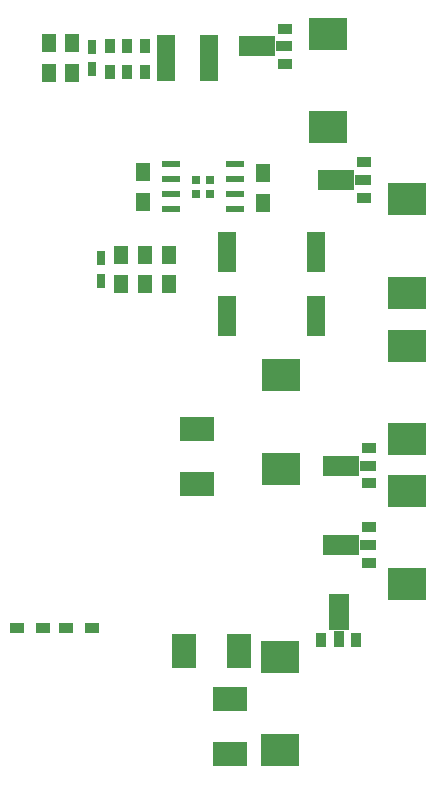
<source format=gtp>
%TF.GenerationSoftware,KiCad,Pcbnew,(5.1.6-0-10_14)*%
%TF.CreationDate,2021-03-02T16:37:27+09:00*%
%TF.ProjectId,qPCR-supercap,71504352-2d73-4757-9065-726361702e6b,rev?*%
%TF.SameCoordinates,Original*%
%TF.FileFunction,Paste,Top*%
%TF.FilePolarity,Positive*%
%FSLAX46Y46*%
G04 Gerber Fmt 4.6, Leading zero omitted, Abs format (unit mm)*
G04 Created by KiCad (PCBNEW (5.1.6-0-10_14)) date 2021-03-02 16:37:27*
%MOMM*%
%LPD*%
G01*
G04 APERTURE LIST*
%ADD10R,1.600000X3.500000*%
%ADD11R,1.250000X1.500000*%
%ADD12R,0.750000X1.200000*%
%ADD13R,3.200000X2.700000*%
%ADD14R,1.500000X4.000000*%
%ADD15R,1.200000X0.900000*%
%ADD16R,0.900000X1.200000*%
%ADD17R,1.550000X0.600000*%
%ADD18R,0.705000X0.705000*%
%ADD19R,0.900000X1.300000*%
%ADD20R,0.900000X1.475000*%
%ADD21R,1.733000X3.125000*%
%ADD22R,1.300000X0.900000*%
%ADD23R,1.475000X0.900000*%
%ADD24R,3.125000X1.733000*%
%ADD25R,3.000000X2.000000*%
%ADD26R,2.000000X3.000000*%
G04 APERTURE END LIST*
D10*
%TO.C,C1*%
X113500000Y-81400000D03*
X113500000Y-86800000D03*
%TD*%
%TO.C,C2*%
X105900000Y-81400000D03*
X105900000Y-86800000D03*
%TD*%
D11*
%TO.C,C3*%
X101000000Y-81650000D03*
X101000000Y-84150000D03*
%TD*%
%TO.C,C4*%
X99000000Y-81650000D03*
X99000000Y-84150000D03*
%TD*%
%TO.C,C5*%
X97000000Y-81650000D03*
X97000000Y-84150000D03*
%TD*%
D12*
%TO.C,C11*%
X95300000Y-81950000D03*
X95300000Y-83850000D03*
%TD*%
D11*
%TO.C,C13*%
X98800000Y-77150000D03*
X98800000Y-74650000D03*
%TD*%
%TO.C,C14*%
X109000000Y-74750000D03*
X109000000Y-77250000D03*
%TD*%
D12*
%TO.C,C15*%
X94500000Y-65950000D03*
X94500000Y-64050000D03*
%TD*%
D11*
%TO.C,C16*%
X92800000Y-66250000D03*
X92800000Y-63750000D03*
%TD*%
%TO.C,C17*%
X90900000Y-66250000D03*
X90900000Y-63750000D03*
%TD*%
D13*
%TO.C,F1*%
X110500000Y-91850000D03*
X110500000Y-99750000D03*
%TD*%
D14*
%TO.C,L1*%
X104400000Y-65000000D03*
X100800000Y-65000000D03*
%TD*%
D15*
%TO.C,R1*%
X94500000Y-113200000D03*
X92300000Y-113200000D03*
%TD*%
%TO.C,R2*%
X90400000Y-113200000D03*
X88200000Y-113200000D03*
%TD*%
D13*
%TO.C,R5*%
X110400000Y-123600000D03*
X110400000Y-115700000D03*
%TD*%
%TO.C,R6*%
X121200000Y-109550000D03*
X121200000Y-101650000D03*
%TD*%
%TO.C,R7*%
X121200000Y-97250000D03*
X121200000Y-89350000D03*
%TD*%
%TO.C,R9*%
X114500000Y-62950000D03*
X114500000Y-70850000D03*
%TD*%
D16*
%TO.C,R10*%
X99000000Y-66200000D03*
X99000000Y-64000000D03*
%TD*%
%TO.C,R11*%
X97500000Y-64000000D03*
X97500000Y-66200000D03*
%TD*%
%TO.C,R12*%
X96000000Y-66200000D03*
X96000000Y-64000000D03*
%TD*%
D17*
%TO.C,U6*%
X101200000Y-73995000D03*
X101200000Y-75265000D03*
X101200000Y-76535000D03*
X101200000Y-77805000D03*
X106600000Y-77805000D03*
X106600000Y-76535000D03*
X106600000Y-75265000D03*
X106600000Y-73995000D03*
D18*
X104487500Y-76487500D03*
X104487500Y-75312500D03*
X103312500Y-76487500D03*
X103312500Y-75312500D03*
%TD*%
D19*
%TO.C,U1*%
X113900000Y-114250000D03*
D20*
X115400000Y-114162500D03*
D19*
X116900000Y-114250000D03*
D21*
X115400000Y-111862500D03*
%TD*%
D22*
%TO.C,U2*%
X117950000Y-107700000D03*
D23*
X117862500Y-106200000D03*
D22*
X117950000Y-104700000D03*
D24*
X115562500Y-106200000D03*
%TD*%
D22*
%TO.C,U3*%
X117950000Y-101000000D03*
D23*
X117862500Y-99500000D03*
D22*
X117950000Y-98000000D03*
D24*
X115562500Y-99500000D03*
%TD*%
D22*
%TO.C,U4*%
X117550000Y-76800000D03*
D23*
X117462500Y-75300000D03*
D22*
X117550000Y-73800000D03*
D24*
X115162500Y-75300000D03*
%TD*%
D22*
%TO.C,U5*%
X110850000Y-65500000D03*
D23*
X110762500Y-64000000D03*
D22*
X110850000Y-62500000D03*
D24*
X108462500Y-64000000D03*
%TD*%
D13*
%TO.C,R8*%
X121200000Y-84850000D03*
X121200000Y-76950000D03*
%TD*%
D25*
%TO.C,D1*%
X106200000Y-119275000D03*
X106200000Y-123925000D03*
%TD*%
D26*
%TO.C,D2*%
X106925000Y-115200000D03*
X102275000Y-115200000D03*
%TD*%
D25*
%TO.C,D3*%
X103400000Y-101025000D03*
X103400000Y-96375000D03*
%TD*%
M02*

</source>
